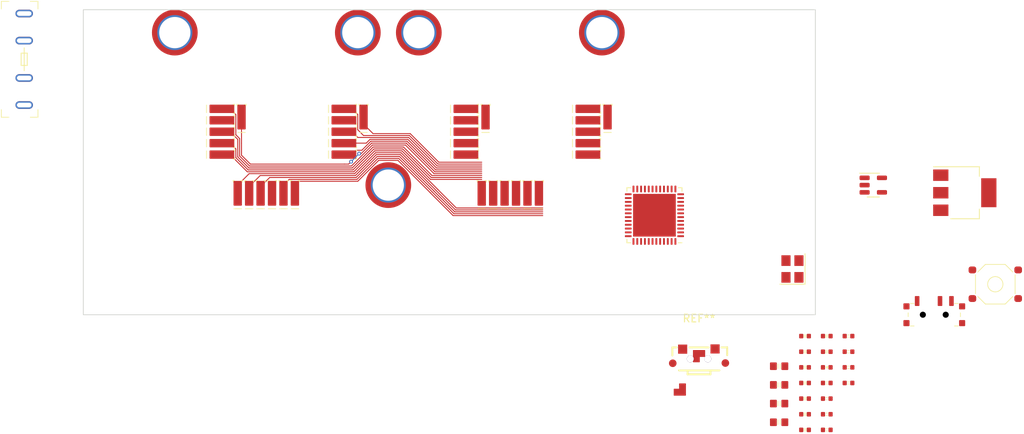
<source format=kicad_pcb>
(kicad_pcb (version 20221018) (generator pcbnew)
  (layers (0 "F.Cu" signal) (31 "B.Cu" signal) (34 "B.Paste" user) (35 "F.Paste" user) (36 "B.SilkS" user "B.Silkscreen") (37 "F.SilkS" user "F.Silkscreen") (38 "B.Mask" user) (39 "F.Mask" user) (44 "Edge.Cuts" user))
  (net 0 "")
  (net 1 "+3.3V")
  (net 2 "GND")
  (net 3 "Net-(U1-PG10)")
  (net 4 "Net-(U1-PF0)")
  (net 5 "Net-(U1-PF1)")
  (net 6 "+5V")
  (net 7 "Net-(U2-FB)")
  (net 8 "+12V")
  (net 9 "Net-(D1-K)")
  (net 10 "/BOOT0")
  (net 11 "Net-(J1-Pin_2)")
  (net 12 "+48V")
  (net 13 "Net-(SW1-C)")
  (net 14 "Net-(R5-Pad2)")
  (net 16 "/SCK")
  (net 17 "/MOSI")
  (net 18 "/MISO")
  (net 19 "/_{M10}~{CS}")
  (net 20 "/_{M10}~{En}")
  (net 21 "/_{M10}Dir")
  (net 22 "/_{M10}Step")
  (net 23 "/_{M10}Diag")
  (net 24 "/_{M12}~{CS}")
  (net 25 "/_{M12}~{En}")
  (net 26 "/_{M12}Dir")
  (net 27 "/_{M12}Step")
  (net 28 "/_{M12}Diag")
  (net 64 "Net-(D2-A)")
  (net 65 "/_{M20}~{CS}")
  (net 66 "/_{M20}~{En}")
  (net 67 "/_{M20}Dir")
  (net 68 "/_{M20}Step")
  (net 69 "/_{M20}Diag")
  (net 70 "/_{M22}~{CS}")
  (net 71 "/_{M22}~{En}")
  (net 72 "/_{M22}Dir")
  (net 73 "/_{M22}Step")
  (net 74 "/_{M22}Diag")
  (footprint "corevus:LGA_Spring" (layer "F.Cu") (at 155.25 99 -90)
    (fp_text reference "T25" hide)
    (fp_text value "CS")
    (pad "1" smd roundrect (at 0 0.25 270) (size 1.1 3.25) (drill (offset 0 0.825)) (layers "F.Cu" "F.Mask") (roundrect_rratio 0.09090909091) (net 65 "/_{M20}~{CS}"))
  )
  (footprint "corevus:LGA_Spring" (layer "F.Cu") (at 171.25 94.5 -90)
    (fp_text reference "T16" hide)
    (fp_text value "Gnd")
    (pad "1" smd roundrect (at 0 0.25 270) (size 1.1 3.25) (drill (offset 0 0.825)) (layers "F.Cu" "F.Mask") (roundrect_rratio 0.09090909091) (net 2 "GND"))
  )
  (footprint "corevus:LGA_Spring" (layer "F.Cu") (at 171.25 97.5 -90)
    (fp_text reference "T14" hide)
    (fp_text value "En")
    (pad "1" smd roundrect (at 0 0.25 270) (size 1.1 3.25) (drill (offset 0 0.825)) (layers "F.Cu" "F.Mask") (roundrect_rratio 0.09090909091) (net 25 "/_{M12}~{En}"))
  )
  (footprint "corevus:LGA_Spring" (layer "F.Cu") (at 171.25 96 -90)
    (fp_text reference "T15" hide)
    (fp_text value "Dir")
    (pad "1" smd roundrect (at 0 0.25 270) (size 1.1 3.25) (drill (offset 0 0.825)) (layers "F.Cu" "F.Mask") (roundrect_rratio 0.09090909091) (net 26 "/_{M12}Dir"))
  )
  (footprint "corevus:LGA_Spring" (layer "F.Cu") (at 139.25 96 -90)
    (fp_text reference "T33" hide)
    (fp_text value "Dir")
    (pad "1" smd roundrect (at 0 0.25 270) (size 1.1 3.25) (drill (offset 0 0.825)) (layers "F.Cu" "F.Mask") (roundrect_rratio 0.09090909091) (net 72 "/_{M22}Dir"))
  )
  (footprint "AlphaLib:0402C" (layer "F.Cu") (at 214.65 128.95)
    (fp_text reference "C4" hide)
    (fp_text value "100nF")
    (pad "1" smd roundrect (at -0.5 0) (size 0.55 0.6) (layers "F.Cu" "F.Paste" "F.Mask") (roundrect_rratio 0.1818181818) (net 1 "+3.3V"))
    (pad "2" smd roundrect (at 0.5 0) (size 0.55 0.6) (layers "F.Cu" "F.Paste" "F.Mask") (roundrect_rratio 0.1818181818) (net 2 "GND"))
  )
  (footprint "Package_TO_SOT_SMD:SOT-23-5" (layer "F.Cu") (at 223.6 103)
    (fp_text reference "U2" hide)
    (fp_text value "TPS61040DBV")
    (pad "1" smd roundrect (at -1.1375 -0.95) (size 1.325 0.6) (layers "F.Cu" "F.Paste" "F.Mask") (net 64 "Net-(D2-A)"))
    (pad "2" smd roundrect (at -1.1375 0) (size 1.325 0.6) (layers "F.Cu" "F.Paste" "F.Mask") (net 2 "GND"))
    (pad "3" smd roundrect (at -1.1375 0.95) (size 1.325 0.6) (layers "F.Cu" "F.Paste" "F.Mask") (net 7 "Net-(U2-FB)"))
    (pad "4" smd roundrect (at 1.1375 0.95) (size 1.325 0.6) (layers "F.Cu" "F.Paste" "F.Mask") (net 6 "+5V"))
    (pad "5" smd roundrect (at 1.1375 -0.95) (size 1.325 0.6) (layers "F.Cu" "F.Paste" "F.Mask") (net 6 "+5V"))
  )
  (footprint "corevus:LGA_Spring" (layer "F.Cu") (at 179.75 103)
    (fp_text reference "T6" hide)
    (fp_text value "3.3V")
    (pad "1" smd roundrect (at 0 0.25) (size 1.1 3.25) (drill (offset 0 0.825)) (layers "F.Cu" "F.Mask") (roundrect_rratio 0.09090909091) (net 1 "+3.3V"))
  )
  (footprint "AlphaLib:0402C" (layer "F.Cu") (at 214.65 133.05)
    (fp_text reference "C6" hide)
    (fp_text value "100nF")
    (pad "1" smd roundrect (at -0.5 0) (size 0.55 0.6) (layers "F.Cu" "F.Paste" "F.Mask") (roundrect_rratio 0.1818181818) (net 2 "GND"))
    (pad "2" smd roundrect (at 0.5 0) (size 0.55 0.6) (layers "F.Cu" "F.Paste" "F.Mask") (roundrect_rratio 0.1818181818) (net 3 "Net-(U1-PG10)"))
  )
  (footprint "MountingHole:MountingHole_3.2mm_M3" (layer "F.Cu") (at 196 84)
    (fp_text reference "H8" hide)
    (fp_text value "MountingHole")
    (pad "" np_thru_hole circle (at 0 0) (size 3.2 3.2) (drill 3.2) (layers "*.Cu" "*.Mask"))
  )
  (footprint "corevus:LGA_Spring" (layer "F.Cu") (at 175.25 103)
    (fp_text reference "T3" hide)
    (fp_text value "MOSI")
    (pad "1" smd roundrect (at 0 0.25) (size 1.1 3.25) (drill (offset 0 0.825)) (layers "F.Cu" "F.Mask") (roundrect_rratio 0.09090909091) (net 17 "/MOSI"))
  )
  (footprint "corevus:XKB_TS-1187A" (layer "F.Cu") (at 239.6 116)
    (fp_text reference "SW2" hide)
    (fp_text value "SPST")
    (pad "1" smd roundrect (at -3 -1.875) (size 1 0.9) (layers "F.Cu" "F.Paste" "F.Mask") (roundrect_rratio 0.3333333333) (net 14 "Net-(R5-Pad2)"))
    (pad "1" smd roundrect (at 3 -1.875) (size 1 0.9) (layers "F.Cu" "F.Paste" "F.Mask") (roundrect_rratio 0.3333333333) (net 14 "Net-(R5-Pad2)"))
    (pad "2" smd roundrect (at -3 1.875) (size 1 0.9) (layers "F.Cu" "F.Paste" "F.Mask") (roundrect_rratio 0.3333333333) (net 3 "Net-(U1-PG10)"))
    (pad "2" smd roundrect (at 3 1.875) (size 1 0.9) (layers "F.Cu" "F.Paste" "F.Mask") (roundrect_rratio 0.3333333333) (net 3 "Net-(U1-PG10)"))
  )
  (footprint "corevus:LGA_Spring" (layer "F.Cu") (at 139.25 97.5 -90)
    (fp_text reference "T32" hide)
    (fp_text value "En")
    (pad "1" smd roundrect (at 0 0.25 270) (size 1.1 3.25) (drill (offset 0 0.825)) (layers "F.Cu" "F.Mask") (roundrect_rratio 0.09090909091) (net 71 "/_{M22}~{En}"))
  )
  (footprint "AlphaLib:0402C" (layer "F.Cu") (at 214.65 131)
    (fp_text reference "C5" hide)
    (fp_text value "100nF")
    (pad "1" smd roundrect (at -0.5 0) (size 0.55 0.6) (layers "F.Cu" "F.Paste" "F.Mask") (roundrect_rratio 0.1818181818) (net 1 "+3.3V"))
    (pad "2" smd roundrect (at 0.5 0) (size 0.55 0.6) (layers "F.Cu" "F.Paste" "F.Mask") (roundrect_rratio 0.1818181818) (net 2 "GND"))
  )
  (footprint "Crystal:Crystal_SMD_3225-4Pin_3.2x2.5mm" (layer "F.Cu") (at 213 114 90)
    (fp_text reference "Y1" hide)
    (fp_text value "12 MHz")
    (pad "1" smd rect (at -1.1 0.85 90) (size 1.4 1.2) (layers "F.Cu" "F.Paste" "F.Mask") (net 4 "Net-(U1-PF0)"))
    (pad "2" smd rect (at 1.1 0.85 90) (size 1.4 1.2) (layers "F.Cu" "F.Paste" "F.Mask") (net 2 "GND"))
    (pad "3" smd rect (at 1.1 -0.85 90) (size 1.4 1.2) (layers "F.Cu" "F.Paste" "F.Mask") (net 5 "Net-(U1-PF1)"))
    (pad "4" smd rect (at -1.1 -0.85 90) (size 1.4 1.2) (layers "F.Cu" "F.Paste" "F.Mask") (net 2 "GND"))
  )
  (footprint "corevus:LGA_Spring" (layer "F.Cu") (at 156.75 93)
    (fp_text reference "T30" hide)
    (fp_text value "Diag")
    (pad "1" smd roundrect (at 0 0.25) (size 1.1 3.25) (drill (offset 0 0.825)) (layers "F.Cu" "F.Mask") (roundrect_rratio 0.09090909091) (net 69 "/_{M20}Diag"))
  )
  (footprint "corevus:M3_M2.5_PCB_Nut" (layer "F.Cu") (at 132 83)
    (fp_text reference "H1" hide)
    (fp_text value "V_{M}")
    (pad "1" thru_hole circle (at 0 0) (size 4.6 4.6) (drill 4.1) (layers "*.Cu" "*.Mask") (net 12 "+48V"))
    (pad "1" smd circle (at 0 0) (size 6 6) (layers "F.Cu" "F.Mask") (net 12 "+48V"))
  )
  (footprint "corevus:MSS12C02-LS" (layer "F.Cu") (at 231.6 120)
    (fp_text reference "SW1" hide)
    (fp_text value "SPDT")
    (pad "" smd roundrect (at -3.65 -1.1) (size 0.8 0.8) (layers "F.Cu" "F.Paste" "F.Mask") (roundrect_rratio 0.125))
    (pad "" smd roundrect (at -3.65 1.1) (size 0.8 0.8) (layers "F.Cu" "F.Paste" "F.Mask") (roundrect_rratio 0.125))
    (pad "" np_thru_hole circle (at -1.5 0) (size 0.9 0.9) (drill 0.8) (layers "*.Mask"))
    (pad "" np_thru_hole circle (at 1.5 0) (size 0.9 0.9) (drill 0.8) (layers "*.Mask"))
    (pad "" smd roundrect (at 3.65 -1.1) (size 0.8 0.8) (layers "F.Cu" "F.Paste" "F.Mask") (roundrect_rratio 0.125))
    (pad "" smd roundrect (at 3.65 1.1) (size 0.8 0.8) (layers "F.Cu" "F.Paste" "F.Mask") (roundrect_rratio 0.125))
    (pad "1" smd roundrect (at -2.25 -1.8) (size 0.6 1.3) (layers "F.Cu" "F.Paste" "F.Mask") (roundrect_rratio 0.125))
    (pad "2" smd roundrect (at 0.75 -1.8) (size 0.6 1.3) (layers "F.Cu" "F.Paste" "F.Mask") (roundrect_rratio 0.125) (net 10 "/BOOT0"))
    (pad "3" smd roundrect (at 2.25 -1.8) (size 0.6 1.3) (layers "F.Cu" "F.Paste" "F.Mask") (roundrect_rratio 0.125) (net 13 "Net-(SW1-C)"))
  )
  (footprint "corevus:LGA_Spring" (layer "F.Cu") (at 187.25 99 -90)
    (fp_text reference "T7" hide)
    (fp_text value "CS")
    (pad "1" smd roundrect (at 0 0.25 270) (size 1.1 3.25) (drill (offset 0 0.825)) (layers "F.Cu" "F.Mask") (roundrect_rratio 0.09090909091) (net 19 "/_{M10}~{CS}"))
  )
  (footprint "corevus:LGA_Spring" (layer "F.Cu") (at 140.75 93)
    (fp_text reference "T36" hide)
    (fp_text value "Diag")
    (pad "1" smd roundrect (at 0 0.25) (size 1.1 3.25) (drill (offset 0 0.825)) (layers "F.Cu" "F.Mask") (roundrect_rratio 0.09090909091) (net 74 "/_{M22}Diag"))
  )
  (footprint "AlphaLib:0402R" (layer "F.Cu") (at 220.35 122.8)
    (fp_text reference "R5" hide)
    (fp_text value "330Ω")
    (pad "1" smd roundrect (at -0.5 0) (size 0.55 0.6) (layers "F.Cu" "F.Paste" "F.Mask") (roundrect_rratio 0.1818181818) (net 2 "GND"))
    (pad "2" smd roundrect (at 0.5 0) (size 0.55 0.6) (layers "F.Cu" "F.Paste" "F.Mask") (roundrect_rratio 0.1818181818) (net 14 "Net-(R5-Pad2)"))
  )
  (footprint "AlphaLib:0402C" (layer "F.Cu") (at 214.65 124.85)
    (fp_text reference "C2" hide)
    (fp_text value "100nF")
    (pad "1" smd roundrect (at -0.5 0) (size 0.55 0.6) (layers "F.Cu" "F.Paste" "F.Mask") (roundrect_rratio 0.1818181818) (net 1 "+3.3V"))
    (pad "2" smd roundrect (at 0.5 0) (size 0.55 0.6) (layers "F.Cu" "F.Paste" "F.Mask") (roundrect_rratio 0.1818181818) (net 2 "GND"))
  )
  (footprint "Package_TO_SOT_SMD:SOT-223-3_TabPin2" (layer "F.Cu") (at 235.6 104)
    (fp_text reference "U3" hide)
    (fp_text value "AMS1117-3.3")
    (pad "1" smd rect (at -3.15 -2.3) (size 2 1.5) (layers "F.Cu" "F.Paste" "F.Mask") (net 2 "GND"))
    (pad "2" smd rect (at -3.15 0) (size 2 1.5) (layers "F.Cu" "F.Paste" "F.Mask") (net 1 "+3.3V"))
    (pad "2" smd rect (at 3.15 0) (size 2 3.8) (layers "F.Cu" "F.Paste" "F.Mask") (net 1 "+3.3V"))
    (pad "3" smd rect (at -3.15 2.3) (size 2 1.5) (layers "F.Cu" "F.Paste" "F.Mask") (net 6 "+5V"))
  )
  (footprint "corevus:LGA_Spring" (layer "F.Cu") (at 143.25 103)
    (fp_text reference "T21" hide)
    (fp_text value "MOSI")
    (pad "1" smd roundrect (at 0 0.25) (size 1.1 3.25) (drill (offset 0 0.825)) (layers "F.Cu" "F.Mask") (roundrect_rratio 0.09090909091) (net 17 "/MOSI"))
  )
  (footprint "corevus:LGA_Spring" (layer "F.Cu") (at 171.25 93 -90)
    (fp_text reference "T17" hide)
    (fp_text value "Step")
    (pad "1" smd roundrect (at 0 0.25 270) (size 1.1 3.25) (drill (offset 0 0.825)) (layers "F.Cu" "F.Mask") (roundrect_rratio 0.09090909091) (net 27 "/_{M12}Step"))
  )
  (footprint "corevus:LGA_Spring" (layer "F.Cu") (at 173.75 103)
    (fp_text reference "T2" hide)
    (fp_text value "SClk")
    (pad "1" smd roundrect (at 0 0.25) (size 1.1 3.25) (drill (offset 0 0.825)) (layers "F.Cu" "F.Mask") (roundrect_rratio 0.09090909091) (net 16 "/SCK"))
  )
  (footprint "AlphaLib:0402R" (layer "F.Cu") (at 217.5 135.1)
    (fp_text reference "R4" hide)
    (fp_text value "330Ω")
    (pad "1" smd roundrect (at -0.5 0) (size 0.55 0.6) (layers "F.Cu" "F.Paste" "F.Mask") (roundrect_rratio 0.1818181818) (net 1 "+3.3V"))
    (pad "2" smd roundrect (at 0.5 0) (size 0.55 0.6) (layers "F.Cu" "F.Paste" "F.Mask") (roundrect_rratio 0.1818181818) (net 13 "Net-(SW1-C)"))
  )
  (footprint "corevus:LGA_Spring" (layer "F.Cu") (at 155.25 94.5 -90)
    (fp_text reference "T28" hide)
    (fp_text value "Gnd")
    (pad "1" smd roundrect (at 0 0.25 270) (size 1.1 3.25) (drill (offset 0 0.825)) (layers "F.Cu" "F.Mask") (roundrect_rratio 0.09090909091) (net 2 "GND"))
  )
  (footprint "corevus:SW-SMD_SHOU_TS36CA-0.6" (layer "F.Cu") (at 200.75 125.425)
    (fp_text reference "REF**" (at 0 -4.94) (layer "F.SilkS"))
    (fp_text value "SW-SMD_SHOU_TS36CA-0.6")
    (pad "" thru_hole circle (at -1.15 0.36) (size 0.9 0.9) (drill 0.9) (layers "*.Cu" "*.Mask"))
    (pad "" thru_hole circle (at 1.15 0.36) (size 0.9 0.9) (drill 0.9) (layers "*.Cu" "*.Mask"))
    (pad "1" smd rect (at 2.1 -0.94 180) (size 1.2 1.2) (layers "F.Cu" "F.Paste" "F.Mask"))
    (pad "2" smd rect (at -2.15 -0.91 180) (size 1.2 1.2) (layers "F.Cu" "F.Paste" "F.Mask"))
    (pad "3" smd custom (at -3.45 0.94 90) (size 1 1) (layers "F.Cu" "F.Paste" "F.Mask") (options (clearance outline) (anchor circle)) (primitives (gr_poly (pts (xy -4.2 1.68) (xy -4.2 0.18) (xy -3.39 0.18) (xy -3.39 0.88) (xy -2.69 0.88) (xy -2.69 1.68)) (width 0.1) (fill yes))))
    (pad "4" smd custom (at 3.45 0.91 180) (size 1 1) (layers "F.Cu" "F.Paste" "F.Mask") (options (clearance outline) (anchor circle)) (primitives (gr_poly (pts (xy 4.2 1.66) (xy 2.7 1.66) (xy 2.7 0.85) (xy 3.4 0.85) (xy 3.4 0.15) (xy 4.2 0.15)) (width 0.1) (fill yes))))
  )
  (footprint "AlphaLib:0402R" (layer "F.Cu") (at 220.35 126.9)
    (fp_text reference "R7" hide)
    (fp_text value "AkΩ")
    (pad "1" smd roundrect (at -0.5 0) (size 0.55 0.6) (layers "F.Cu" "F.Paste" "F.Mask") (roundrect_rratio 0.1818181818) (net 2 "GND"))
    (pad "2" smd roundrect (at 0.5 0) (size 0.55 0.6) (layers "F.Cu" "F.Paste" "F.Mask") (roundrect_rratio 0.1818181818) (net 7 "Net-(U2-FB)"))
  )
  (footprint "corevus:LGA_Spring" (layer "F.Cu") (at 176.75 103)
    (fp_text reference "T4" hide)
    (fp_text value "Gnd")
    (pad "1" smd roundrect (at 0 0.25) (size 1.1 3.25) (drill (offset 0 0.825)) (layers "F.Cu" "F.Mask") (roundrect_rratio 0.09090909091) (net 2 "GND"))
  )
  (footprint "corevus:LGA_Spring" (layer "F.Cu") (at 187.25 93 -90)
    (fp_text reference "T11" hide)
    (fp_text value "Step")
    (pad "1" smd roundrect (at 0 0.25 270) (size 1.1 3.25) (drill (offset 0 0.825)) (layers "F.Cu" "F.Mask") (roundrect_rratio 0.09090909091) (net 22 "/_{M10}Step"))
  )
  (footprint "AlphaLib:0603C" (layer "F.Cu") (at 211.25 126.75)
    (fp_text reference "C9" hide)
    (fp_text value "10μF")
    (pad "1" smd roundrect (at -0.75 0) (size 0.9 1) (layers "F.Cu" "F.Paste" "F.Mask") (roundrect_rratio 0.1111111111) (net 6 "+5V"))
    (pad "2" smd roundrect (at 0.75 0) (size 0.9 1) (layers "F.Cu" "F.Paste" "F.Mask") (roundrect_rratio 0.1111111111) (net 2 "GND"))
  )
  (footprint "corevus:LGA_Spring" (layer "F.Cu") (at 155.25 93 -90)
    (fp_text reference "T29" hide)
    (fp_text value "Step")
    (pad "1" smd roundrect (at 0 0.25 270) (size 1.1 3.25) (drill (offset 0 0.825)) (layers "F.Cu" "F.Mask") (roundrect_rratio 0.09090909091) (net 68 "/_{M20}Step"))
  )
  (footprint "AlphaLib:0402R" (layer "F.Cu") (at 220.35 128.95)
    (fp_text reference "R8" hide)
    (fp_text value "AkΩ")
    (pad "1" smd roundrect (at -0.5 0) (size 0.55 0.6) (layers "F.Cu" "F.Paste" "F.Mask") (roundrect_rratio 0.1818181818) (net 8 "+12V"))
    (pad "2" smd roundrect (at 0.5 0) (size 0.55 0.6) (layers "F.Cu" "F.Paste" "F.Mask") (roundrect_rratio 0.1818181818) (net 7 "Net-(U2-FB)"))
  )
  (footprint "AlphaLib:0402R" (layer "F.Cu") (at 217.5 133.05)
    (fp_text reference "R3" hide)
    (fp_text value "10kΩ")
    (pad "1" smd roundrect (at -0.5 0) (size 0.55 0.6) (layers "F.Cu" "F.Paste" "F.Mask") (roundrect_rratio 0.1818181818) (net 1 "+3.3V"))
    (pad "2" smd roundrect (at 0.5 0) (size 0.55 0.6) (layers "F.Cu" "F.Paste" "F.Mask") (roundrect_rratio 0.1818181818) (net 3 "Net-(U1-PG10)"))
  )
  (footprint "AlphaLib:0402C" (layer "F.Cu") (at 214.65 126.9)
    (fp_text reference "C3" hide)
    (fp_text value "100nF")
    (pad "1" smd roundrect (at -0.5 0) (size 0.55 0.6) (layers "F.Cu" "F.Paste" "F.Mask") (roundrect_rratio 0.1818181818) (net 1 "+3.3V"))
    (pad "2" smd roundrect (at 0.5 0) (size 0.55 0.6) (layers "F.Cu" "F.Paste" "F.Mask") (roundrect_rratio 0.1818181818) (net 2 "GND"))
  )
  (footprint "AlphaLib:0402C" (layer "F.Cu") (at 217.5 122.8)
    (fp_text reference "C8" hide)
    (fp_text value "15pF")
    (pad "1" smd roundrect (at -0.5 0) (size 0.55 0.6) (layers "F.Cu" "F.Paste" "F.Mask") (roundrect_rratio 0.1818181818) (net 2 "GND"))
    (pad "2" smd roundrect (at 0.5 0) (size 0.55 0.6) (layers "F.Cu" "F.Paste" "F.Mask") (roundrect_rratio 0.1818181818) (net 5 "Net-(U1-PF1)"))
  )
  (footprint "corevus:LGA_Spring" (layer "F.Cu") (at 155.25 97.5 -90)
    (fp_text reference "T26" hide)
    (fp_text value "En")
    (pad "1" smd roundrect (at 0 0.25 270) (size 1.1 3.25) (drill (offset 0 0.825)) (layers "F.Cu" "F.Mask") (roundrect_rratio 0.09090909091) (net 66 "/_{M20}~{En}"))
  )
  (footprint "AlphaLib:0402R" (layer "F.Cu") (at 217.5 131)
    (fp_text reference "R2" hide)
    (fp_text value "1kΩ")
    (pad "1" smd roundrect (at -0.5 0) (size 0.55 0.6) (layers "F.Cu" "F.Paste" "F.Mask") (roundrect_rratio 0.1818181818) (net 2 "GND"))
    (pad "2" smd roundrect (at 0.5 0) (size 0.55 0.6) (layers "F.Cu" "F.Paste" "F.Mask") (roundrect_rratio 0.1818181818) (net 9 "Net-(D1-K)"))
  )
  (footprint "corevus:LGA_Spring" (layer "F.Cu") (at 171.25 99 -90)
    (fp_text reference "T13" hide)
    (fp_text value "CS")
    (pad "1" smd roundrect (at 0 0.25 270) (size 1.1 3.25) (drill (offset 0 0.825)) (layers "F.Cu" "F.Mask") (roundrect_rratio 0.09090909091) (net 24 "/_{M12}~{CS}"))
  )
  (footprint "MountingHole:MountingHole_3.2mm_M3" (layer "F.Cu") (at 124 84)
    (fp_text reference "H6" hide)
    (fp_text value "MountingHole")
    (pad "" np_thru_hole circle (at 0 0) (size 3.2 3.2) (drill 3.2) (layers "*.Cu" "*.Mask"))
  )
  (footprint "corevus:LGA_Spring" (layer "F.Cu") (at 139.25 99 -90)
    (fp_text reference "T31" hide)
    (fp_text value "CS")
    (pad "1" smd roundrect (at 0 0.25 270) (size 1.1 3.25) (drill (offset 0 0.825)) (layers "F.Cu" "F.Mask") (roundrect_rratio 0.09090909091) (net 70 "/_{M22}~{CS}"))
  )
  (footprint "AlphaLib:0603C" (layer "F.Cu") (at 211.25 129.2)
    (fp_text reference "C10" hide)
    (fp_text value "10μF")
    (pad "1" smd roundrect (at -0.75 0) (size 0.9 1) (layers "F.Cu" "F.Paste" "F.Mask") (roundrect_rratio 0.1111111111) (net 1 "+3.3V"))
    (pad "2" smd roundrect (at 0.75 0) (size 0.9 1) (layers "F.Cu" "F.Paste" "F.Mask") (roundrect_rratio 0.1111111111) (net 2 "GND"))
  )
  (footprint "corevus:M3_M2.5_PCB_Nut" (layer "F.Cu") (at 156 83)
    (fp_text reference "H2" hide)
    (fp_text value "Gnd")
    (pad "1" thru_hole circle (at 0 0) (size 4.6 4.6) (drill 4.1) (layers "*.Cu" "*.Mask") (net 2 "GND"))
    (pad "1" smd circle (at 0 0) (size 6 6) (layers "F.Cu" "F.Mask") (net 2 "GND"))
  )
  (footprint "corevus:LGA_Spring" (layer "F.Cu") (at 140.25 103)
    (fp_text reference "T19" hide)
    (fp_text value "V_{SA}")
    (pad "1" smd roundrect (at 0 0.25) (size 1.1 3.25) (drill (offset 0 0.825)) (layers "F.Cu" "F.Mask") (roundrect_rratio 0.09090909091) (net 8 "+12V"))
  )
  (footprint "corevus:LGA_Spring" (layer "F.Cu") (at 155.25 96 -90)
    (fp_text reference "T27" hide)
    (fp_text value "Dir")
    (pad "1" smd roundrect (at 0 0.25 270) (size 1.1 3.25) (drill (offset 0 0.825)) (layers "F.Cu" "F.Mask") (roundrect_rratio 0.09090909091) (net 67 "/_{M20}Dir"))
  )
  (footprint "corevus:LGA_Spring" (layer "F.Cu") (at 147.75 103)
    (fp_text reference "T24" hide)
    (fp_text value "3.3V")
    (pad "1" smd roundrect (at 0 0.25) (size 1.1 3.25) (drill (offset 0 0.825)) (layers "F.Cu" "F.Mask") (roundrect_rratio 0.09090909091) (net 1 "+3.3V"))
  )
  (footprint "corevus:M3_M2.5_PCB_Nut" (layer "F.Cu") (at 160 103)
    (fp_text reference "H5" hide)
    (fp_text value "Back")
    (pad "1" thru_hole circle (at 0 0) (size 4.6 4.6) (drill 4.1) (layers "*.Cu" "*.Mask"))
    (pad "1" smd circle (at 0 0) (size 6 6) (layers "F.Cu" "F.Mask"))
  )
  (footprint "corevus:LGA_Spring" (layer "F.Cu") (at 187.25 96 -90)
    (fp_text reference "T9" hide)
    (fp_text value "Dir")
    (pad "1" smd roundrect (at 0 0.25 270) (size 1.1 3.25) (drill (offset 0 0.825)) (layers "F.Cu" "F.Mask") (roundrect_rratio 0.09090909091) (net 21 "/_{M10}Dir"))
  )
  (footprint "Package_DFN_QFN:QFN-48-1EP_7x7mm_P0.5mm_EP5.6x5.6mm" (layer "F.Cu") (at 194.9 106.95 180)
    (fp_text reference "U1" hide)
    (fp_text value "STM32G431CBUx")
    (pad "1" smd roundrect (at -3.4375 -2.75 180) (size 0.875 0.25) (layers "F.Cu" "F.Paste" "F.Mask") (net 1 "+3.3V"))
    (pad "2" smd roundrect (at -3.4375 -2.25 180) (size 0.875 0.25) (layers "F.Cu" "F.Paste" "F.Mask"))
    (pad "3" smd roundrect (at -3.4375 -1.75 180) (size 0.875 0.25) (layers "F.Cu" "F.Paste" "F.Mask"))
    (pad "4" smd roundrect (at -3.4375 -1.25 180) (size 0.875 0.25) (layers "F.Cu" "F.Paste" "F.Mask"))
    (pad "5" smd roundrect (at -3.4375 -0.75 180) (size 0.875 0.25) (layers "F.Cu" "F.Paste" "F.Mask") (net 4 "Net-(U1-PF0)"))
    (pad "6" smd roundrect (at -3.4375 -0.25 180) (size 0.875 0.25) (layers "F.Cu" "F.Paste" "F.Mask") (net 5 "Net-(U1-PF1)"))
    (pad "7" smd roundrect (at -3.4375 0.25 180) (size 0.875 0.25) (layers "F.Cu" "F.Paste" "F.Mask") (net 3 "Net-(U1-PG10)"))
    (pad "8" smd roundrect (at -3.4375 0.75 180) (size 0.875 0.25) (layers "F.Cu" "F.Paste" "F.Mask"))
    (pad "9" smd roundrect (at -3.4375 1.25 180) (size 0.875 0.25) (layers "F.Cu" "F.Paste" "F.Mask"))
    (pad "10" smd roundrect (at -3.4375 1.75 180) (size 0.875 0.25) (layers "F.Cu" "F.Paste" "F.Mask"))
    (pad "11" smd roundrect (at -3.4375 2.25 180) (size 0.875 0.25) (layers "F.Cu" "F.Paste" "F.Mask"))
    (pad "12" smd roundrect (at -3.4375 2.75 180) (size 0.875 0.25) (layers "F.Cu" "F.Paste" "F.Mask"))
    (pad "13" smd roundrect (at -2.75 3.4375 180) (size 0.25 0.875) (layers "F.Cu" "F.Paste" "F.Mask"))
    (pad "14" smd roundrect (at -2.25 3.4375 180) (size 0.25 0.875) (layers "F.Cu" "F.Paste" "F.Mask"))
    (pad "15" smd roundrect (at -1.75 3.4375 180) (size 0.25 0.875) (layers "F.Cu" "F.Paste" "F.Mask"))
    (pad "16" smd roundrect (at -1.25 3.4375 180) (size 0.25 0.875) (layers "F.Cu" "F.Paste" "F.Mask"))
    (pad "17" smd roundrect (at -0.75 3.4375 180) (size 0.25 0.875) (layers "F.Cu" "F.Paste" "F.Mask"))
    (pad "18" smd roundrect (at -0.25 3.4375 180) (size 0.25 0.875) (layers "F.Cu" "F.Paste" "F.Mask"))
    (pad "19" smd roundrect (at 0.25 3.4375 180) (size 0.25 0.875) (layers "F.Cu" "F.Paste" "F.Mask"))
    (pad "20" smd roundrect (at 0.75 3.4375 180) (size 0.25 0.875) (layers "F.Cu" "F.Paste" "F.Mask") (net 1 "+3.3V"))
    (pad "21" smd roundrect (at 1.25 3.4375 180) (size 0.25 0.875) (layers "F.Cu" "F.Paste" "F.Mask") (net 1 "+3.3V"))
    (pad "22" smd roundrect (at 1.75 3.4375 180) (size 0.25 0.875) (layers "F.Cu" "F.Paste" "F.Mask"))
    (pad "23" smd roundrect (at 2.25 3.4375 180) (size 0.25 0.875) (layers "F.Cu" "F.Paste" "F.Mask") (net 1 "+3.3V"))
    (pad "24" smd roundrect (at 2.75 3.4375 180) (size 0.25 0.875) (layers "F.Cu" "F.Paste" "F.Mask"))
    (pad "25" smd roundrect (at 3.4375 2.75 180) (size 0.875 0.25) (layers "F.Cu" "F.Paste" "F.Mask"))
    (pad "26" smd roundrect (at 3.4375 2.25 180) (size 0.875 0.25) (layers "F.Cu" "F.Paste" "F.Mask") (net 16 "/SCK"))
    (pad "27" smd roundrect (at 3.4375 1.75 180) (size 0.875 0.25) (layers "F.Cu" "F.Paste" "F.Mask") (net 18 "/MISO"))
    (pad "28" smd roundrect (at 3.4375 1.25 180) (size 0.875 0.25) (layers "F.Cu" "F.Paste" "F.Mask") (net 17 "/MOSI"))
    (pad "29" smd roundrect (at 3.4375 0.75 180) (size 0.875 0.25) (layers "F.Cu" "F.Paste" "F.Mask"))
    (pad "30" smd roundrect (at 3.4375 0.25 180) (size 0.875 0.25) (layers "F.Cu" "F.Paste" "F.Mask"))
    (pad "31" smd roundrect (at 3.4375 -0.25 180) (size 0.875 0.25) (layers "F.Cu" "F.Paste" "F.Mask"))
    (pad "32" smd roundrect (at 3.4375 -0.75 180) (size 0.875 0.25) (layers "F.Cu" "F.Paste" "F.Mask"))
    (pad "33" smd roundrect (at 3.4375 -1.25 180) (size 0.875 0.25) (layers "F.Cu" "F.Paste" "F.Mask"))
    (pad "34" smd roundrect (at 3.4375 -1.75 180) (size 0.875 0.25) (layers "F.Cu" "F.Paste" "F.Mask"))
    (pad "35" smd roundrect (at 3.4375 -2.25 180) (size 0.875 0.25) (layers "F.Cu" "F.Paste" "F.Mask") (net 1 "+3.3V"))
    (pad "36" smd roundrect (at 3.4375 -2.75 180) (size 0.875 0.25) (layers "F.Cu" "F.Paste" "F.Mask"))
    (pad "37" smd roundrect (at 2.75 -3.4375 180) (size 0.25 0.875) (layers "F.Cu" "F.Paste" "F.Mask"))
    (pad "38" smd roundrect (at 2.25 -3.4375 180) (size 0.25 0.875) (layers "F.Cu" "F.Paste" "F.Mask"))
    (pad "39" smd roundrect (at 1.75 -3.4375 180) (size 0.25 0.875) (layers "F.Cu" "F.Paste" "F.Mask"))
    (pad "40" smd roundrect (at 1.25 -3.4375 180) (size 0.25 0.875) (layers "F.Cu" "F.Paste" "F.Mask"))
    (pad "41" smd roundrect (at 0.75 -3.4375 180) (size 0.25 0.875) (layers "F.Cu" "F.Paste" "F.Mask"))
    (pad "42" smd roundrect (at 0.25 -3.4375 180) (size 0.25 0.875) (layers "F.Cu" "F.Paste" "F.Mask"))
    (pad "43" smd roundrect (at -0.25 -3.4375 180) (size 0.25 0.875) (layers "F.Cu" "F.Paste" "F.Mask"))
    (pad "44" smd roundrect (at -0.75 -3.4375 180) (size 0.25 0.875) (layers "F.Cu" "F.Paste" "F.Mask"))
    (pad "45" smd roundrect (at -1.25 -3.4375 180) (size 0.25 0.875) (layers "F.Cu" "F.Paste" "F.Mask"))
    (pad "46" smd roundrect (at -1.75 -3.4375 180) (size 0.25 0.875) (layers "F.Cu" "F.Paste" "F.Mask") (net 10 "/BOOT0"))
    (pad "47" smd roundrect (at -2.25 -3.4375 180) (size 0.25 0.875) (layers "F.Cu" "F.Paste" "F.Mask"))
    (pad "48" smd roundrect (at -2.75 -3.4375 180) (size 0.25 0.875) (layers "F.Cu" "F.Paste" "F.Mask") (net 1 "+3.3V"))
    (pad "49" smd rect (at 0 0 180) (size 5.6 5.6) (layers "F.Cu" "F.Mask") (net 2 "GND"))
  )
  (footprint "AlphaLib:0402C" (layer "F.Cu") (at 214.65 122.8)
    (fp_text reference "C1" hide)
    (fp_text value "100nF")
    (pad "1" smd roundrect (at -0.5 0) (size 0.55 0.6) (layers "F.Cu" "F.Paste" "F.Mask") (roundrect_rratio 0.1818181818) (net 1 "+3.3V"))
    (pad "2" smd roundrect (at 0.5 0) (size 0.55 0.6) (layers "F.Cu" "F.Paste" "F.Mask") (roundrect_rratio 0.1818181818) (net 2 "GND"))
  )
  (footprint "corevus:LGA_Spring" (layer "F.Cu") (at 139.25 93 -90)
    (fp_text reference "T35" hide)
    (fp_text value "Step")
    (pad "1" smd roundrect (at 0 0.25 270) (size 1.1 3.25) (drill (offset 0 0.825)) (layers "F.Cu" "F.Mask") (roundrect_rratio 0.09090909091) (net 73 "/_{M22}Step"))
  )
  (footprint "AlphaLib:0402LED" (layer "F.Cu") (at 217.5 126.9)
    (fp_text reference "D1" hide)
    (fp_text value "Red")
    (pad "1" smd roundrect (at -0.5 0) (size 0.55 0.6) (layers "F.Cu" "F.Paste" "F.Mask") (roundrect_rratio 0.1818181818) (net 9 "Net-(D1-K)"))
    (pad "2" smd roundrect (at 0.5 0) (size 0.55 0.6) (layers "F.Cu" "F.Paste" "F.Mask") (roundrect_rratio 0.1818181818) (net 10 "/BOOT0"))
  )
  (footprint "corevus:LGA_Spring" (layer "F.Cu") (at 187.25 97.5 -90)
    (fp_text reference "T8" hide)
    (fp_text value "En")
    (pad "1" smd roundrect (at 0 0.25 270) (size 1.1 3.25) (drill (offset 0 0.825)) (layers "F.Cu" "F.Mask") (roundrect_rratio 0.09090909091) (net 20 "/_{M10}~{En}"))
  )
  (footprint "MountingHole:MountingHole_3.2mm_M3" (layer "F.Cu") (at 196 116)
    (fp_text reference "H9" hide)
    (fp_text value "MountingHole")
    (pad "" np_thru_hole circle (at 0 0) (size 3.2 3.2) (drill 3.2) (layers "*.Cu" "*.Mask"))
  )
  (footprint "AlphaLib:0402C" (layer "F.Cu") (at 217.5 124.85)
    (fp_text reference "C12" hide)
    (fp_text value "4.7pF")
    (pad "1" smd roundrect (at -0.5 0) (size 0.55 0.6) (layers "F.Cu" "F.Paste" "F.Mask") (roundrect_rratio 0.1818181818) (net 7 "Net-(U2-FB)"))
    (pad "2" smd roundrect (at 0.5 0) (size 0.55 0.6) (layers "F.Cu" "F.Paste" "F.Mask") (roundrect_rratio 0.1818181818) (net 8 "+12V"))
  )
  (footprint "corevus:LGA_Spring" (layer "F.Cu") (at 187.25 94.5 -90)
    (fp_text reference "T10" hide)
    (fp_text value "Gnd")
    (pad "1" smd roundrect (at 0 0.25 270) (size 1.1 3.25) (drill (offset 0 0.825)) (layers "F.Cu" "F.Mask") (roundrect_rratio 0.09090909091) (net 2 "GND"))
  )
  (footprint "corevus:M3_M2.5_PCB_Nut" (layer "F.Cu") (at 188 83)
    (fp_text reference "H4" hide)
    (fp_text value "Gnd")
    (pad "1" thru_hole circle (at 0 0) (size 4.6 4.6) (drill 4.1) (layers "*.Cu" "*.Mask") (net 2 "GND"))
    (pad "1" smd circle (at 0 0) (size 6 6) (layers "F.Cu" "F.Mask") (net 2 "GND"))
  )
  (footprint "MountingHole:MountingHole_3.2mm_M3" (layer "F.Cu") (at 124 116)
    (fp_text reference "H7" hide)
    (fp_text value "MountingHole")
    (pad "" np_thru_hole circle (at 0 0) (size 3.2 3.2) (drill 3.2) (layers "*.Cu" "*.Mask"))
  )
  (footprint "corevus:M3_M2.5_PCB_Nut" (layer "F.Cu") (at 164 83)
    (fp_text reference "H3" hide)
    (fp_text value "V_{M}")
    (pad "1" thru_hole circle (at 0 0) (size 4.6 4.6) (drill 4.1) (layers "*.Cu" "*.Mask") (net 12 "+48V"))
    (pad "1" smd circle (at 0 0) (size 6 6) (layers "F.Cu" "F.Mask") (net 12 "+48V"))
  )
  (footprint "corevus:LGA_Spring" (layer "F.Cu") (at 146.25 103)
    (fp_text reference "T23" hide)
    (fp_text value "MISO")
    (pad "1" smd roundrect (at 0 0.25) (size 1.1 3.25) (drill (offset 0 0.825)) (layers "F.Cu" "F.Mask") (roundrect_rratio 0.09090909091) (net 18 "/MISO"))
  )
  (footprint "corevus:LGA_Spring" (layer "F.Cu") (at 144.75 103)
    (fp_text reference "T22" hide)
    (fp_text value "Gnd")
    (pad "1" smd roundrect (at 0 0.25) (size 1.1 3.25) (drill (offset 0 0.825)) (layers "F.Cu" "F.Mask") (roundrect_rratio 0.09090909091) (net 2 "GND"))
  )
  (footprint "corevus:LGA_Spring" (layer "F.Cu") (at 172.25 103)
    (fp_text reference "T1" hide)
    (fp_text value "V_{SA}")
    (pad "1" smd roundrect (at 0 0.25) (size 1.1 3.25) (drill (offset 0 0.825)) (layers "F.Cu" "F.Mask") (roundrect_rratio 0.09090909091) (net 8 "+12V"))
  )
  (footprint "AlphaLib:0402R" (layer "F.Cu") (at 217.5 128.95)
    (fp_text reference "R1" hide)
    (fp_text value "10kΩ")
    (pad "1" smd roundrect (at -0.5 0) (size 0.55 0.6) (layers "F.Cu" "F.Paste" "F.Mask") (roundrect_rratio 0.1818181818) (net 10 "/BOOT0"))
    (pad "2" smd roundrect (at 0.5 0) (size 0.55 0.6) (layers "F.Cu" "F.Paste" "F.Mask") (roundrect_rratio 0.1818181818) (net 2 "GND"))
  )
  (footprint "corevus:LGA_Spring" (layer "F.Cu") (at 139.25 94.5 -90)
    (fp_text reference "T34" hide)
    (fp_text value "Gnd")
    (pad "1" smd roundrect (at 0 0.25 270) (size 1.1 3.25) (drill (offset 0 0.825)) (layers "F.Cu" "F.Mask") (roundrect_rratio 0.09090909091) (net 2 "GND"))
  )
  (footprint "corevus:LGA_Spring" (layer "F.Cu") (at 172.75 93)
    (fp_text reference "T18" hide)
    (fp_text value "Diag")
    (pad "1" smd roundrect (at 0 0.25) (size 1.1 3.25) (drill (offset 0 0.825)) (layers "F.Cu" "F.Mask") (roundrect_rratio 0.09090909091) (net 28 "/_{M12}Diag"))
  )
  (footprint "corevus:LGA_Spring" (layer "F.Cu") (at 188.75 93)
    (fp_text reference "T12" hide)
    (fp_text value "Diag")
    (pad "1" smd roundrect (at 0 0.25) (size 1.1 3.25) (drill (offset 0 0.825)) (layers "F.Cu" "F.Mask") (roundrect_rratio 0.09090909091) (net 23 "/_{M10}Diag"))
  )
  (footprint "corevus:XF-505P" (layer "F.Cu") (at 112.25 86.5 90)
    (fp_text reference "F1" hide)
    (fp_text value "10A")
    (pad "1" thru_hole oval (at -6 0 180) (size 2.3 1) (drill oval 1.900022 0.599999) (layers "*.Cu" "*.Mask") (net 11 "Net-(J1-Pin_2)"))
    (pad "1" thru_hole oval (at -2.45 0 180) (size 2.3 1) (drill oval 1.900022 0.599999) (layers "*.Cu" "*.Mask") (net 11 "Net-(J1-Pin_2)"))
    (pad "2" thru_hole oval (at 2.45 0 180) (size 2.3 1) (drill oval 1.900022 0.599999) (layers "*.Cu" "*.Mask") (net 12 "+48V"))
    (pad "2" thru_hole oval (at 6 0 180) (size 2.3 1) (drill oval 1.900022 0.599999) (layers "*.Cu" "*.Mask") (net 12 "+48V"))
  )
  (footprint "AlphaLib:0402C" (layer "F.Cu") (at 214.65 135.1)
    (fp_text reference "C7" hide)
    (fp_text value "15pF")
    (pad "1" smd roundrect (at -0.5 0) (size 0.55 0.6) (layers "F.Cu" "F.Paste" "F.Mask") (roundrect_rratio 0.1818181818) (net 2 "GND"))
    (pad "2" smd roundrect (at 0.5 0) (size 0.55 0.6) (layers "F.Cu" "F.Paste" "F.Mask") (roundrect_rratio 0.1818181818) (net 4 "Net-(U1-PF0)"))
  )
  (footprint "AlphaLib:0603C" (layer "F.Cu") (at 211.25 131.65)
    (fp_text reference "C11" hide)
    (fp_text value "10μF")
    (pad "1" smd roundrect (at -0.75 0) (size 0.9 1) (layers "F.Cu" "F.Paste" "F.Mask") (roundrect_rratio 0.1111111111) (net 6 "+5V"))
    (pad "2" smd roundrect (at 0.75 0) (size 0.9 1) (layers "F.Cu" "F.Paste" "F.Mask") (roundrect_rratio 0.1111111111) (net 2 "GND"))
  )
  (footprint "corevus:LGA_Spring" (layer "F.Cu") (at 141.75 103)
    (fp_text reference "T20" hide)
    (fp_text value "SClk")
    (pad "1" smd roundrect (at 0 0.25) (size 1.1 3.25) (drill (offset 0 0.825)) (layers "F.Cu" "F.Mask") (roundrect_rratio 0.09090909091) (net 16 "/SCK"))
  )
  (footprint "AlphaLib:0402R" (layer "F.Cu") (at 220.35 124.85)
    (fp_text reference "R6" hide)
    (fp_text value "100kΩ")
    (pad "1" smd roundrect (at -0.5 0) (size 0.55 0.6) (layers "F.Cu" "F.Paste" "F.Mask") (roundrect_rratio 0.1818181818) (net 4 "Net-(U1-PF0)"))
    (pad "2" smd roundrect (at 0.5 0) (size 0.55 0.6) (layers "F.Cu" "F.Paste" "F.Mask") (roundrect_rratio 0.1818181818) (net 5 "Net-(U1-PF1)"))
  )
  (footprint "corevus:LGA_Spring" (layer "F.Cu") (at 178.25 103)
    (fp_text reference "T5" hide)
    (fp_text value "MISO")
    (pad "1" smd roundrect (at 0 0.25) (size 1.1 3.25) (drill (offset 0 0.825)) (layers "F.Cu" "F.Mask") (roundrect_rratio 0.09090909091) (net 18 "/MISO"))
  )
  (footprint "AlphaLib:0603C" (layer "F.Cu") (at 211.25 134.1)
    (fp_text reference "C13" hide)
    (fp_text value "10μF")
    (pad "1" smd roundrect (at -0.75 0) (size 0.9 1) (layers "F.Cu" "F.Paste" "F.Mask") (roundrect_rratio 0.1111111111) (net 8 "+12V"))
    (pad "2" smd roundrect (at 0.75 0) (size 0.9 1) (layers "F.Cu" "F.Paste" "F.Mask") (roundrect_rratio 0.1111111111) (net 2 "GND"))
  )
  (gr_rect (start 120 80) (end 216 120) (stroke (width 0.1)) (fill none) (layer "Edge.Cuts"))
  (segment (start 168.5 107) (end 180.25 107) (width 0.125) (layer "F.Cu") (net 1))
  (segment (start 155.992194 102.5) (end 158.742194 99.75) (width 0.125) (layer "F.Cu") (net 1))
  (segment (start 165.5 103.992194) (end 165.5 104) (width 0.125) (layer "F.Cu") (net 1))
  (segment (start 161.257806 99.75) (end 165.5 103.992194) (width 0.125) (layer "F.Cu") (net 1))
  (segment (start 147.75 103) (end 148.25 102.5) (width 0.125) (layer "F.Cu") (net 1))
  (segment (start 165.5 104) (end 168.5 107) (width 0.125) (layer "F.Cu") (net 1))
  (segment (start 148.25 102.5) (end 155.992194 102.5) (width 0.125) (layer "F.Cu") (net 1))
  (segment (start 147.75 103.25) (end 147.75 103) (width 0.125) (layer "F.Cu") (net 1))
  (segment (start 158.742194 99.75) (end 161.257806 99.75) (width 0.125) (layer "F.Cu") (net 1))
  (segment (start 155 94.5) (end 155.25 94.5) (width 0.125) (layer "F.Cu") (net 2))
  (segment (start 140.25 103) (end 141.75 101.5) (width 0.125) (layer "F.Cu") (net 8))
  (segment (start 168.914216 106) (end 180.25 106) (width 0.125) (layer "F.Cu") (net 8))
  (segment (start 140.25 103.25) (end 140.25 103) (width 0.125) (layer "F.Cu") (net 8))
  (segment (start 158.327979 98.75) (end 161.672022 98.75) (width 0.125) (layer "F.Cu") (net 8))
  (segment (start 155.577978 101.5) (end 158.327979 98.75) (width 0.125) (layer "F.Cu") (net 8))
  (segment (start 166.5 103.577982) (end 166.5 103.585784) (width 0.125) (layer "F.Cu") (net 8))
  (segment (start 161.672022 98.75) (end 166.5 103.577982) (width 0.125) (layer "F.Cu") (net 8))
  (segment (start 166.5 103.585784) (end 168.914216 106) (width 0.125) (layer "F.Cu") (net 8))
  (segment (start 141.75 101.5) (end 155.577978 101.5) (width 0.125) (layer "F.Cu") (net 8))
  (segment (start 141.75 103.193414) (end 143.193414 101.75) (width 0.125) (layer "F.Cu") (net 16))
  (segment (start 143.193414 101.75) (end 155.681532 101.75) (width 0.125) (layer "F.Cu") (net 16))
  (segment (start 166.25 103.681535) (end 166.25 103.689338) (width 0.125) (layer "F.Cu") (net 16))
  (segment (start 141.75 103.25) (end 141.75 103.193414) (width 0.125) (layer "F.Cu") (net 16))
  (segment (start 166.25 103.689338) (end 168.810662 106.25) (width 0.125) (layer "F.Cu") (net 16))
  (segment (start 158.431532 99) (end 161.568468 99) (width 0.125) (layer "F.Cu") (net 16))
  (segment (start 155.681532 101.75) (end 158.431532 99) (width 0.125) (layer "F.Cu") (net 16))
  (segment (start 168.810662 106.25) (end 180.25 106.25) (width 0.125) (layer "F.Cu") (net 16))
  (segment (start 161.568468 99) (end 166.25 103.681535) (width 0.125) (layer "F.Cu") (net 16))
  (segment (start 143.25 103.193414) (end 144.443414 102) (width 0.125) (layer "F.Cu") (net 17))
  (segment (start 161.464914 99.25) (end 166 103.785088) (width 0.125) (layer "F.Cu") (net 17))
  (segment (start 155.785086 102) (end 158.535088 99.25) (width 0.125) (layer "F.Cu") (net 17))
  (segment (start 143.25 103.25) (end 143.25 103.193414) (width 0.125) (layer "F.Cu") (net 17))
  (segment (start 168.707108 106.5) (end 180.25 106.5) (width 0.125) (layer "F.Cu") (net 17))
  (segment (start 166 103.785088) (end 166 103.792892) (width 0.125) (layer "F.Cu") (net 17))
  (segment (start 144.443414 102) (end 155.785086 102) (width 0.125) (layer "F.Cu") (net 17))
  (segment (start 158.535088 99.25) (end 161.464914 99.25) (width 0.125) (layer "F.Cu") (net 17))
  (segment (start 166 103.792892) (end 168.707108 106.5) (width 0.125) (layer "F.Cu") (net 17))
  (segment (start 146.25 103) (end 147 102.25) (width 0.125) (layer "F.Cu") (net 18))
  (segment (start 147 102.25) (end 155.88864 102.25) (width 0.125) (layer "F.Cu") (net 18))
  (segment (start 165.75 103.888641) (end 165.75 103.896446) (width 0.125) (layer "F.Cu") (net 18))
  (segment (start 158.638641 99.5) (end 161.36136 99.5) (width 0.125) (layer "F.Cu") (net 18))
  (segment (start 155.88864 102.25) (end 158.638641 99.5) (width 0.125) (layer "F.Cu") (net 18))
  (segment (start 165.75 103.896446) (end 168.603554 106.75) (width 0.125) (layer "F.Cu") (net 18))
  (segment (start 161.36136 99.5) (end 165.75 103.888641) (width 0.125) (layer "F.Cu") (net 18))
  (segment (start 168.603554 106.75) (end 180.25 106.75) (width 0.125) (layer "F.Cu") (net 18))
  (segment (start 146.25 103.25) (end 146.25 103) (width 0.125) (layer "F.Cu") (net 18))
  (segment (start 155.25 99) (end 155.815748 98.434252) (width 0.125) (layer "F.Cu") (net 65))
  (segment (start 157.706656 97.25) (end 162.457108 97.25) (width 0.125) (layer "F.Cu") (net 65))
  (segment (start 156.522402 98.434252) (end 157.706656 97.25) (width 0.125) (layer "F.Cu") (net 65))
  (segment (start 162.457108 97.25) (end 166.207108 101) (width 0.125) (layer "F.Cu") (net 65))
  (segment (start 155.815748 98.434252) (end 156.522402 98.434252) (width 0.125) (layer "F.Cu") (net 65))
  (segment (start 166.207108 101) (end 172.25 101) (width 0.125) (layer "F.Cu") (net 65))
  (segment (start 155 99) (end 155.25 99) (width 0.125) (layer "F.Cu") (net 65))
  (segment (start 157.103101 97.5) (end 157.603103 97) (width 0.125) (layer "F.Cu") (net 66))
  (segment (start 162.560662 97) (end 166.310662 100.75) (width 0.125) (layer "F.Cu") (net 66))
  (segment (start 157.603103 97) (end 162.560662 97) (width 0.125) (layer "F.Cu") (net 66))
  (segment (start 166.310662 100.75) (end 172.25 100.75) (width 0.125) (layer "F.Cu") (net 66))
  (segment (start 155 97.5) (end 157.103101 97.5) (width 0.125) (layer "F.Cu") (net 66))
  (segment (start 162.664216 96.75) (end 166.414216 100.5) (width 0.125) (layer "F.Cu") (net 67))
  (segment (start 155.25 96) (end 156 96.75) (width 0.125) (layer "F.Cu") (net 67))
  (segment (start 156 96.75) (end 162.664216 96.75) (width 0.125) (layer "F.Cu") (net 67))
  (segment (start 155 96) (end 155.25 96) (width 0.125) (layer "F.Cu") (net 67))
  (segment (start 166.414216 100.5) (end 172.25 100.5) (width 0.125) (layer "F.Cu") (net 67))
  (segment (start 155 93) (end 155.25 93) (width 0.125) (layer "F.Cu") (net 68))
  (segment (start 155.9875 93.7375) (end 155.9875 95.7375) (width 0.125) (layer "F.Cu") (net 68))
  (segment (start 162.76777 96.5) (end 166.51777 100.25) (width 0.125) (layer "F.Cu") (net 68))
  (segment (start 166.51777 100.25) (end 172.25 100.25) (width 0.125) (layer "F.Cu") (net 68))
  (segment (start 155.25 93) (end 155.9875 93.7375) (width 0.125) (layer "F.Cu") (net 68))
  (segment (start 156.75 96.5) (end 162.76777 96.5) (width 0.125) (layer "F.Cu") (net 68))
  (segment (start 155.9875 95.7375) (end 156.75 96.5) (width 0.125) (layer "F.Cu") (net 68))
  (segment (start 166.621324 100) (end 172.25 100) (width 0.125) (layer "F.Cu") (net 69))
  (segment (start 158 96.25) (end 162.871324 96.25) (width 0.125) (layer "F.Cu") (net 69))
  (segment (start 162.871324 96.25) (end 166.621324 100) (width 0.125) (layer "F.Cu") (net 69))
  (segment (start 156.75 95) (end 158 96.25) (width 0.125) (layer "F.Cu") (net 69))
  (segment (start 156.75 93.25) (end 156.75 95) (width 0.125) (layer "F.Cu") (net 69))
  (segment (start 139.25 99) (end 141.5 101.25) (width 0.125) (layer "F.Cu") (net 70))
  (segment (start 141.5 101.25) (end 155.474424 101.25) (width 0.125) (layer "F.Cu") (net 70))
  (segment (start 139 99) (end 139.25 99) (width 0.125) (layer "F.Cu") (net 70))
  (segment (start 155.474424 101.25) (end 158.224426 98.5) (width 0.125) (layer "F.Cu") (net 70))
  (segment (start 158.224426 98.5) (end 161.775576 98.5) (width 0.125) (layer "F.Cu") (net 70))
  (segment (start 165.525573 102.25) (end 172.25 102.25) (width 0.125) (layer "F.Cu") (net 70))
  (segment (start 161.775576 98.5) (end 165.525573 102.25) (width 0.125) (layer "F.Cu") (net 70))
  (segment (start 161.87913 98.25) (end 165.629127 102) (width 0.125) (layer "F.Cu") (net 71))
  (segment (start 155.37087 101) (end 158.12087 98.25) (width 0.125) (layer "F.Cu") (net 71))
  (segment (start 141.603554 101) (end 155.37087 101) (width 0.125) (layer "F.Cu") (net 71))
  (segment (start 139.25 97.5) (end 140 98.25) (width 0.125) (layer "F.Cu") (net 71))
  (segment (start 165.629127 102) (end 172.25 102) (width 0.125) (layer "F.Cu") (net 71))
  (segment (start 140 98.25) (end 140 99.396446) (width 0.125) (layer "F.Cu") (net 71))
  (segment (start 139 97.5) (end 139.25 97.5) (width 0.125) (layer "F.Cu") (net 71))
  (segment (start 158.12087 98.25) (end 161.87913 98.25) (width 0.125) (layer "F.Cu") (net 71))
  (segment (start 140 99.396446) (end 141.603554 101) (width 0.125) (layer "F.Cu") (net 71))
  (segment (start 141.707108 100.75) (end 155.267316 100.75) (width 0.125) (layer "F.Cu") (net 72))
  (segment (start 140.25 97) (end 140.25 99.292892) (width 0.125) (layer "F.Cu") (net 72))
  (segment (start 139 96) (end 139.25 96) (width 0.125) (layer "F.Cu") (net 72))
  (segment (start 165.732681 101.75) (end 172.25 101.75) (width 0.125) (layer "F.Cu") (net 72))
  (segment (start 161.982684 98) (end 165.732681 101.75) (width 0.125) (layer "F.Cu") (net 72))
  (segment (start 140.25 99.292892) (end 141.707108 100.75) (width 0.125) (layer "F.Cu") (net 72))
  (segment (start 139.25 96) (end 140.25 97) (width 0.125) (layer "F.Cu") (net 72))
  (segment (start 158.017317 98) (end 161.982684 98) (width 0.125) (layer "F.Cu") (net 72))
  (segment (start 155.267316 100.75) (end 158.017317 98) (width 0.125) (layer "F.Cu") (net 72))
  (segment (start 139 93) (end 139.25 93) (width 0.125) (layer "F.Cu") (net 73))
  (segment (start 140.5 99.189338) (end 141.810662 100.5) (width 0.125) (layer "F.Cu") (net 73))
  (segment (start 140 93.75) (end 140 96.396446) (width 0.125) (layer "F.Cu") (net 73))
  (segment (start 155.163762 100.5) (end 157.913762 97.75) (width 0.125) (layer "F.Cu") (net 73))
  (segment (start 162.25 97.75) (end 166 101.5) (width 0.125) (layer "F.Cu") (net 73))
  (segment (start 141.810662 100.5) (end 155.163762 100.5) (width 0.125) (layer "F.Cu") (net 73))
  (segment (start 157.913762 97.75) (end 162.25 97.75) (width 0.125) (layer "F.Cu") (net 73))
  (segment (start 139.25 93) (end 140 93.75) (width 0.125) (layer "F.Cu") (net 73))
  (segment (start 140 96.396446) (end 140.5 96.896447) (width 0.125) (layer "F.Cu") (net 73))
  (segment (start 166 101.5) (end 172.25 101.5) (width 0.125) (layer "F.Cu") (net 73))
  (segment (start 140.5 96.896447) (end 140.5 99.189338) (width 0.125) (layer "F.Cu") (net 73))
  (segment (start 140.75 97.5) (end 140.75 99.085784) (width 0.125) (layer "F.Cu") (net 74))
  (segment (start 140.75 99.085784) (end 141.332108 99.667892) (width 0.125) (layer "F.Cu") (net 74))
  (segment (start 166.103554 101.25) (end 172.25 101.25) (width 0.125) (layer "F.Cu") (net 74))
  (segment (start 156.438456 98.871752) (end 157.810209 97.5) (width 0.125) (layer "F.Cu") (net 74))
  (segment (start 156.1745 98.871752) (end 156.438456 98.871752) (width 0.125) (layer "F.Cu") (net 74))
  (segment (start 162.353554 97.5) (end 166.103554 101.25) (width 0.125) (layer "F.Cu") (net 74))
  (segment (start 154.25 100.25) (end 154.79629 100.25) (width 0.125) (layer "F.Cu") (net 74))
  (segment (start 141.914216 100.25) (end 154.25 100.25) (width 0.125) (layer "F.Cu") (net 74))
  (segment (start 141.332108 99.667892) (end 141.914216 100.25) (width 0.125) (layer "F.Cu") (net 74))
  (segment (start 157.810209 97.5) (end 162.353554 97.5) (width 0.125) (layer "F.Cu") (net 74))
  (segment (start 154.79629 100.25) (end 155.12179 99.9245) (width 0.125) (layer "F.Cu") (net 74))
  (segment (start 140.75 93.25) (end 140.75 97.5) (width 0.125) (layer "F.Cu") (net 74))
  (via (at 155.12179 99.9245) (size 0.5) (drill 0.25) (layers "F.Cu" "B.Cu") (net 74))
  (via (at 156.1745 98.871752) (size 0.5) (drill 0.25) (layers "F.Cu" "B.Cu") (net 74))
  (segment (start 156.1745 98.87179) (end 156.1745 98.871752) (width 0.125) (layer "B.Cu") (net 74))
  (segment (start 155.12179 99.9245) (end 156.1745 98.87179) (width 0.125) (layer "B.Cu") (net 74))
)
</source>
